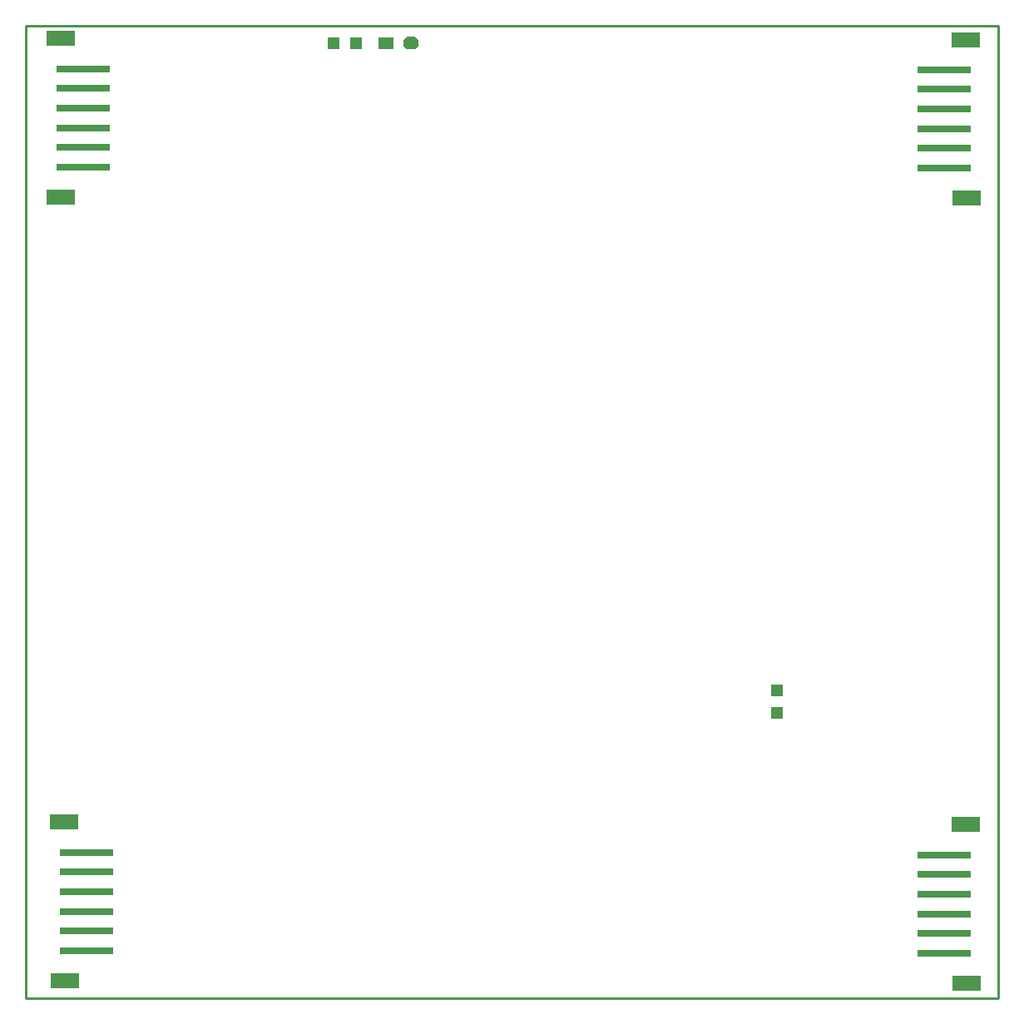
<source format=gtp>
G04*
G04 #@! TF.GenerationSoftware,Altium Limited,Altium Designer,20.0.10 (225)*
G04*
G04 Layer_Color=8421504*
%FSLAX24Y24*%
%MOIN*%
G70*
G01*
G75*
%ADD10C,0.0100*%
%ADD17R,0.0600X0.0500*%
G04:AMPARAMS|DCode=18|XSize=60mil|YSize=50mil|CornerRadius=0mil|HoleSize=0mil|Usage=FLASHONLY|Rotation=0.000|XOffset=0mil|YOffset=0mil|HoleType=Round|Shape=Octagon|*
%AMOCTAGOND18*
4,1,8,0.0300,-0.0125,0.0300,0.0125,0.0175,0.0250,-0.0175,0.0250,-0.0300,0.0125,-0.0300,-0.0125,-0.0175,-0.0250,0.0175,-0.0250,0.0300,-0.0125,0.0*
%
%ADD18OCTAGOND18*%

%ADD19R,0.0500X0.0500*%
%ADD20R,0.0500X0.0500*%
%ADD21R,0.2165X0.0315*%
%ADD22R,0.1181X0.0591*%
D10*
X58276Y8824D02*
Y47800D01*
X19300Y8824D02*
X58276D01*
X19300D02*
Y47800D01*
X58276D01*
D17*
X33750Y47100D02*
D03*
D18*
X34750D02*
D03*
D19*
X32539D02*
D03*
X31639D02*
D03*
D20*
X49400Y21150D02*
D03*
Y20250D02*
D03*
D21*
X21750Y13887D02*
D03*
Y13100D02*
D03*
Y10738D02*
D03*
Y11525D02*
D03*
Y12313D02*
D03*
Y14675D02*
D03*
X21600Y45287D02*
D03*
Y44500D02*
D03*
Y42138D02*
D03*
Y42925D02*
D03*
Y43713D02*
D03*
Y46075D02*
D03*
X56100Y42888D02*
D03*
Y43675D02*
D03*
Y46037D02*
D03*
Y45250D02*
D03*
Y44463D02*
D03*
Y42100D02*
D03*
Y11425D02*
D03*
Y12213D02*
D03*
Y14575D02*
D03*
Y13787D02*
D03*
Y13000D02*
D03*
Y10638D02*
D03*
D22*
X20850Y15881D02*
D03*
X20869Y9531D02*
D03*
X20700Y47281D02*
D03*
X20719Y40931D02*
D03*
X57000Y40894D02*
D03*
X56981Y47244D02*
D03*
X57000Y9431D02*
D03*
X56981Y15781D02*
D03*
M02*

</source>
